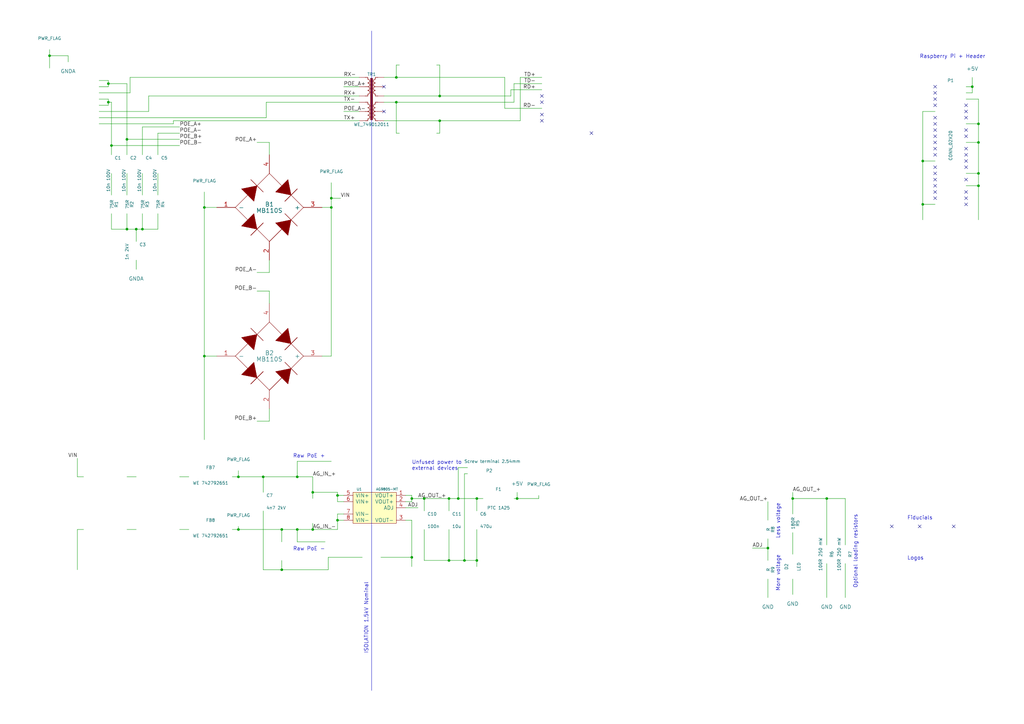
<source format=kicad_sch>
(kicad_sch (version 20230121) (generator eeschema)
  (paper "A3")
  (title_block (title "RasPoE") (date "2015-11-11") (rev "14bec14") (company "ELL-i Open Source Co-operative") (comment 1 "support@ell-i.org"))
  (lib_symbols
    (symbol "ag9800:AG9800" (pin_names (offset 1.016))
      (property "Reference" "U" (at -6.35 7.62 0))
      (property "Value" "AG9800" (at 5.08 7.62 0))
      (symbol "AG9800_0_1"
        (rectangle (start -8.89 6.35) (end 8.89 -6.35) (fill (type background)))
      )
      (symbol "AG9800_1_1"
        (pin power_out line (at 12.7 5.08 180) (length 3.81) (name "VOUT+") (number "1"))
        (pin power_out line (at 12.7 2.54 180) (length 3.81) (name "VOUT+") (number "2"))
        (pin power_out line (at 12.7 -5.08 180) (length 3.81) (name "VOUT-") (number "3"))
        (pin input line (at 12.7 0 180) (length 3.81) (name "ADJ") (number "4"))
        (pin power_in line (at -12.7 5.08 0) (length 3.81) (name "VIN+") (number "5"))
        (pin power_in line (at -12.7 2.54 0) (length 3.81) (name "VIN+") (number "6"))
        (pin power_in line (at -12.7 -2.54 0) (length 3.81) (name "VIN-") (number "7"))
        (pin power_in line (at -12.7 -5.08 0) (length 3.81) (name "VIN-") (number "8"))
      )
    )
    (symbol "bridge:BRIDGE" (pin_names (offset 1.27))
      (property "Reference" "D" (at 0 1.27 0))
      (property "Value" "BRIDGE" (at 0 -1.27 0))
      (symbol "BRIDGE_0_0"
        (polyline (pts (xy -13.97 0) (xy -8.89 -5.08)) (stroke (width 0.1524)))
        (polyline (pts (xy -13.97 0) (xy -8.89 5.08)) (stroke (width 0.1524)))
        (polyline (pts (xy -7.62 11.43) (xy -2.54 6.35)) (stroke (width 0.2032)))
        (polyline (pts (xy -2.54 -6.35) (xy -7.62 -11.43)))
        (polyline (pts (xy -2.54 -6.35) (xy -7.62 -11.43)) (stroke (width 0.2032)))
        (polyline (pts (xy 0 -13.97) (xy 5.08 -8.89)))
        (polyline (pts (xy 0 -13.97) (xy 5.08 -8.89)) (stroke (width 0.1524)))
        (polyline (pts (xy 0 13.97) (xy 5.08 8.89)) (stroke (width 0.1524)))
        (polyline (pts (xy 6.35 -2.54) (xy 11.43 -7.62)) (stroke (width 0.2032)))
        (polyline (pts (xy 8.89 5.08) (xy 13.97 0)) (stroke (width 0.1524)))
        (polyline (pts (xy 11.43 7.62) (xy 6.35 2.54)))
        (polyline (pts (xy 11.43 7.62) (xy 6.35 2.54)) (stroke (width 0.2032)))
        (polyline (pts (xy 13.97 0) (xy 8.89 -5.08)) (stroke (width 0.1524)))
        (polyline (pts (xy -11.43 7.62) (xy -5.08 8.89) (xy -6.35 2.54) (xy -11.43 7.62) (xy -11.43 7.62)) (fill (type outline)))
        (polyline (pts (xy -6.35 -2.54) (xy -5.08 -8.89) (xy -11.43 -7.62) (xy -6.35 -2.54) (xy -6.35 -2.54)) (fill (type outline)))
        (polyline (pts (xy 2.54 -6.35) (xy 8.89 -5.08) (xy 7.62 -11.43) (xy 2.54 -6.35) (xy 2.54 -6.35)) (fill (type outline)))
        (polyline (pts (xy 7.62 11.43) (xy 8.89 5.08) (xy 2.54 6.35) (xy 7.62 11.43) (xy 7.62 11.43)) (fill (type outline)))
      )
      (symbol "BRIDGE_0_1"
        (polyline (pts (xy -5.08 -8.89) (xy 0 -13.97)) (stroke (width 0.1524)))
        (polyline (pts (xy -5.08 8.89) (xy 0 13.97)) (stroke (width 0.1524)))
      )
      (symbol "BRIDGE_1_1"
        (pin input line (at -21.59 0 0) (length 7.62) (name "-") (number "1"))
        (pin input line (at 0 -21.59 90) (length 7.62) (name "~") (number "2"))
        (pin input line (at 21.59 0 180) (length 7.62) (name "+") (number "3"))
        (pin input line (at 0 21.59 270) (length 7.62) (name "~") (number "4"))
      )
    )
    (symbol "transformer_ethernet:TRANSFORMER_ETHERNET" (pin_numbers hide) (pin_names (offset 0))
      (property "Reference" "TR" (at 0 10.16 0))
      (property "Value" "TRANSFORMER_ETHERNET" (at 0 -10.414 0))
      (symbol "TRANSFORMER_ETHERNET_0_1"
        (arc (start -1.524 -8.128) (mid -0.7653 -7.366) (end -1.524 -6.604) (stroke (width 0.2032)))
        (arc (start -1.524 -6.604) (mid -0.7653 -5.842) (end -1.524 -5.08) (stroke (width 0.2032)))
        (arc (start -1.524 -5.08) (mid -0.7653 -4.318) (end -1.524 -3.556) (stroke (width 0.2032)))
        (arc (start -1.524 -3.556) (mid -0.7653 -2.794) (end -1.524 -2.032) (stroke (width 0.2032)))
        (arc (start -1.524 2.032) (mid -0.7653 2.794) (end -1.524 3.556) (stroke (width 0.2032)))
        (arc (start -1.524 3.556) (mid -0.7653 4.318) (end -1.524 5.08) (stroke (width 0.2032)))
        (arc (start -1.524 5.08) (mid -0.7653 5.842) (end -1.524 6.604) (stroke (width 0.2032)))
        (arc (start -1.524 6.604) (mid -0.7653 7.366) (end -1.524 8.128) (stroke (width 0.2032)))
        (rectangle (start -0.254 8.382) (end 0.254 -8.382) (stroke (width 0.508)) (fill (type outline)))
        (polyline (pts (xy 1.27 -5.08) (xy 2.54 -5.08)))
        (polyline (pts (xy 1.27 5.08) (xy 2.54 5.08)))
        (polyline (pts (xy -1.524 -5.08) (xy -2.54 -5.08) (xy -2.54 -5.08)) (stroke (width 0.2032)) (fill (type outline)))
        (polyline (pts (xy -1.524 5.08) (xy -2.54 5.08) (xy -2.54 5.08)) (stroke (width 0.2032)) (fill (type outline)))
        (polyline (pts (xy -1.524 -8.128) (xy -1.524 -8.89) (xy -2.54 -8.89) (xy -2.54 -8.89)) (stroke (width 0.2032)))
        (polyline (pts (xy -1.524 -2.032) (xy -1.524 -1.27) (xy -2.54 -1.27) (xy -2.54 -1.27)) (stroke (width 0.2032)))
        (polyline (pts (xy -1.524 2.032) (xy -1.524 1.27) (xy -2.54 1.27) (xy -2.54 1.27)) (stroke (width 0.2032)))
        (polyline (pts (xy -1.524 8.128) (xy -1.524 8.89) (xy -2.54 8.89) (xy -2.54 8.89)) (stroke (width 0.2032)))
        (polyline (pts (xy 1.524 -2.032) (xy 1.524 -1.27) (xy 2.54 -1.27) (xy 2.54 -1.27)) (stroke (width 0.2032)))
        (polyline (pts (xy 1.524 8.128) (xy 1.524 8.89) (xy 2.54 8.89) (xy 2.54 8.89)) (stroke (width 0.2032)))
        (polyline (pts (xy 1.524 -8.128) (xy 1.524 -8.89) (xy 2.54 -8.89) (xy 2.54 -8.89) (xy 2.54 -8.89) (xy 2.54 -8.89)) (stroke (width 0.2032)))
        (polyline (pts (xy 1.524 2.032) (xy 1.524 1.27) (xy 2.54 1.27) (xy 2.54 1.27) (xy 2.54 1.27) (xy 2.54 1.27)) (stroke (width 0.2032)))
        (arc (start 1.524 -6.604) (mid 0.7653 -7.366) (end 1.524 -8.128) (stroke (width 0.2032)))
        (arc (start 1.524 -5.08) (mid 0.7653 -5.842) (end 1.524 -6.604) (stroke (width 0.2032)))
        (arc (start 1.524 -3.556) (mid 0.7653 -4.318) (end 1.524 -5.08) (stroke (width 0.2032)))
        (arc (start 1.524 -2.032) (mid 0.7653 -2.794) (end 1.524 -3.556) (stroke (width 0.2032)))
        (arc (start 1.524 3.556) (mid 0.7653 2.794) (end 1.524 2.032) (stroke (width 0.2032)))
        (arc (start 1.524 5.08) (mid 0.7653 4.318) (end 1.524 3.556) (stroke (width 0.2032)))
        (arc (start 1.524 6.604) (mid 0.7653 5.842) (end 1.524 5.08) (stroke (width 0.2032)))
        (arc (start 1.524 8.128) (mid 0.7653 7.366) (end 1.524 6.604) (stroke (width 0.2032)))
      )
      (symbol "TRANSFORMER_ETHERNET_1_1"
        (pin bidirectional line (at -5.08 8.89 0) (length 2.54) (name "~") (number "1"))
        (pin passive line (at 5.08 1.27 180) (length 2.54) (name "~") (number "10"))
        (pin passive line (at 5.08 5.08 180) (length 2.54) (name "~") (number "11"))
        (pin passive line (at 5.08 -5.08 180) (length 2.54) (name "~") (number "12"))
        (pin passive line (at 5.08 8.89 180) (length 2.54) (name "~") (number "12"))
        (pin passive line (at -5.08 5.08 0) (length 2.54) (name "~") (number "2"))
        (pin passive line (at -5.08 1.27 0) (length 2.54) (name "~") (number "3"))
        (pin passive line (at -5.08 -1.27 0) (length 2.54) (name "~") (number "4"))
        (pin passive line (at -5.08 -5.08 0) (length 2.54) (name "~") (number "5"))
        (pin passive line (at -5.08 -8.89 0) (length 2.54) (name "~") (number "6"))
        (pin passive line (at 5.08 -8.89 180) (length 2.54) (name "~") (number "7"))
        (pin passive line (at 5.08 -1.27 180) (length 2.54) (name "~") (number "9"))
      )
    )
  )
  (junction (at 52.07 93.98))
  (junction (at 135.89 85.09))
  (junction (at 180.34 49.53))
  (junction (at 107.95 195.58))
  (junction (at 121.92 217.17))
  (junction (at 128.27 201.93))
  (junction (at 138.43 213.36))
  (junction (at 44.45 41.91))
  (junction (at 115.57 233.68))
  (junction (at 187.96 204.47))
  (junction (at 401.32 71.12))
  (junction (at 162.56 31.75))
  (junction (at 180.34 39.37))
  (junction (at 97.79 217.17))
  (junction (at 339.09 204.47))
  (junction (at 115.57 217.17))
  (junction (at 168.91 228.6))
  (junction (at 83.82 146.05))
  (junction (at 184.15 229.87))
  (junction (at 184.15 204.47))
  (junction (at 401.32 58.42))
  (junction (at 378.46 83.82))
  (junction (at 195.58 204.47))
  (junction (at 173.99 204.47))
  (junction (at 83.82 85.09))
  (junction (at 162.56 41.91))
  (junction (at 135.89 81.28))
  (junction (at 52.07 57.15))
  (junction (at 325.12 204.47))
  (junction (at 58.42 93.98))
  (junction (at 138.43 203.2))
  (junction (at 401.32 76.2))
  (junction (at 45.72 59.69))
  (junction (at 168.91 204.47))
  (junction (at 401.32 50.8))
  (junction (at 128.27 217.17))
  (junction (at 121.92 195.58))
  (junction (at 378.46 66.04))
  (junction (at 20.32 22.86))
  (junction (at 190.5 229.87))
  (junction (at 44.45 34.29))
  (junction (at 398.78 35.56))
  (junction (at 55.88 93.98))
  (junction (at 212.09 204.47))
  (junction (at 97.79 195.58))
  (junction (at 195.58 229.87))
  (junction (at 314.96 224.79))
  (no_connect (at 222.25 46.99))
  (no_connect (at 157.48 35.56))
  (no_connect (at 396.24 55.88))
  (no_connect (at 396.24 45.72))
  (no_connect (at 222.25 39.37))
  (no_connect (at 391.16 215.9))
  (no_connect (at 383.54 58.42))
  (no_connect (at 383.54 60.96))
  (no_connect (at 396.24 60.96))
  (no_connect (at 383.54 38.1))
  (no_connect (at 396.24 48.26))
  (no_connect (at 396.24 83.82))
  (no_connect (at 383.54 78.74))
  (no_connect (at 396.24 53.34))
  (no_connect (at 383.54 81.28))
  (no_connect (at 383.54 76.2))
  (no_connect (at 396.24 66.04))
  (no_connect (at 242.57 54.61))
  (no_connect (at 383.54 48.26))
  (no_connect (at 383.54 50.8))
  (no_connect (at 383.54 63.5))
  (no_connect (at 365.76 215.9))
  (no_connect (at 157.48 45.72))
  (no_connect (at 396.24 73.66))
  (no_connect (at 383.54 53.34))
  (no_connect (at 383.54 35.56))
  (no_connect (at 383.54 73.66))
  (no_connect (at 383.54 71.12))
  (no_connect (at 222.25 41.91))
  (no_connect (at 383.54 43.18))
  (no_connect (at 396.24 43.18))
  (no_connect (at 396.24 78.74))
  (no_connect (at 396.24 81.28))
  (no_connect (at 222.25 49.53))
  (no_connect (at 383.54 55.88))
  (no_connect (at 396.24 68.58))
  (no_connect (at 396.24 63.5))
  (no_connect (at 383.54 68.58))
  (no_connect (at 377.19 215.9))
  (no_connect (at 383.54 40.64))
  (wire (pts (xy 212.09 204.47) (xy 212.09 201.93)))
  (wire (pts (xy 132.08 85.09) (xy 135.89 85.09)))
  (wire (pts (xy 398.78 35.56) (xy 398.78 38.1)))
  (wire (pts (xy 147.32 35.56) (xy 140.97 35.56)))
  (wire (pts (xy 128.27 201.93) (xy 128.27 204.47)))
  (wire (pts (xy 135.89 81.28) (xy 135.89 85.09)))
  (wire (pts (xy 31.75 187.96) (xy 31.75 195.58)))
  (wire (pts (xy 52.07 217.17) (xy 55.88 217.17)))
  (wire (pts (xy 138.43 210.82) (xy 138.43 213.36)))
  (wire (pts (xy 109.22 48.26) (xy 109.22 41.91)))
  (wire (pts (xy 184.15 204.47) (xy 184.15 209.55)))
  (wire (pts (xy 314.96 224.79) (xy 314.96 229.87)))
  (wire (pts (xy 138.43 201.93) (xy 138.43 203.2)))
  (wire (pts (xy 128.27 217.17) (xy 121.92 217.17)))
  (wire (pts (xy 45.72 59.69) (xy 45.72 63.5)))
  (wire (pts (xy 163.83 54.61) (xy 162.56 54.61)))
  (wire (pts (xy 44.45 41.91) (xy 45.72 41.91)))
  (wire (pts (xy 396.24 50.8) (xy 401.32 50.8)))
  (wire (pts (xy 325.12 201.93) (xy 325.12 204.47)))
  (wire (pts (xy 128.27 195.58) (xy 128.27 201.93)))
  (wire (pts (xy 195.58 204.47) (xy 195.58 209.55)))
  (wire (pts (xy 40.64 50.8) (xy 71.12 50.8)))
  (wire (pts (xy 107.95 195.58) (xy 107.95 201.93)))
  (wire (pts (xy 133.35 222.25) (xy 121.92 222.25)))
  (wire (pts (xy 157.48 41.91) (xy 162.56 41.91)))
  (wire (pts (xy 168.91 213.36) (xy 168.91 228.6)))
  (wire (pts (xy 156.21 228.6) (xy 168.91 228.6)))
  (wire (pts (xy 162.56 31.75) (xy 157.48 31.75)))
  (wire (pts (xy 162.56 41.91) (xy 210.82 41.91)))
  (wire (pts (xy 168.91 204.47) (xy 173.99 204.47)))
  (wire (pts (xy 210.82 204.47) (xy 212.09 204.47)))
  (wire (pts (xy 401.32 71.12) (xy 401.32 76.2)))
  (wire (pts (xy 212.09 204.47) (xy 220.98 204.47)))
  (wire (pts (xy 64.77 71.12) (xy 64.77 80.01)))
  (wire (pts (xy 184.15 204.47) (xy 187.96 204.47)))
  (wire (pts (xy 110.49 106.68) (xy 110.49 111.76)))
  (wire (pts (xy 128.27 201.93) (xy 138.43 201.93)))
  (wire (pts (xy 110.49 167.64) (xy 110.49 172.72)))
  (wire (pts (xy 210.82 41.91) (xy 210.82 34.29)))
  (wire (pts (xy 115.57 217.17) (xy 97.79 217.17)))
  (wire (pts (xy 121.92 222.25) (xy 121.92 217.17)))
  (wire (pts (xy 71.12 49.53) (xy 147.32 49.53)))
  (wire (pts (xy 52.07 57.15) (xy 73.66 57.15)))
  (wire (pts (xy 346.71 204.47) (xy 346.71 223.52)))
  (wire (pts (xy 44.45 35.56) (xy 40.64 35.56)))
  (wire (pts (xy 209.55 39.37) (xy 209.55 36.83)))
  (wire (pts (xy 44.45 43.18) (xy 40.64 43.18)))
  (wire (pts (xy 339.09 204.47) (xy 346.71 204.47)))
  (wire (pts (xy 44.45 41.91) (xy 44.45 43.18)))
  (wire (pts (xy 128.27 217.17) (xy 128.27 214.63)))
  (wire (pts (xy 45.72 93.98) (xy 52.07 93.98)))
  (wire (pts (xy 53.34 31.75) (xy 53.34 38.1)))
  (wire (pts (xy 213.36 31.75) (xy 222.25 31.75)))
  (wire (pts (xy 135.89 85.09) (xy 135.89 146.05)))
  (wire (pts (xy 314.96 220.98) (xy 314.96 224.79)))
  (wire (pts (xy 339.09 204.47) (xy 339.09 223.52)))
  (wire (pts (xy 207.01 31.75) (xy 162.56 31.75)))
  (wire (pts (xy 52.07 93.98) (xy 55.88 93.98)))
  (wire (pts (xy 314.96 237.49) (xy 314.96 245.11)))
  (wire (pts (xy 207.01 44.45) (xy 207.01 31.75)))
  (wire (pts (xy 20.32 22.86) (xy 27.94 22.86)))
  (wire (pts (xy 27.94 22.86) (xy 27.94 25.4)))
  (wire (pts (xy 52.07 71.12) (xy 52.07 80.01)))
  (wire (pts (xy 401.32 50.8) (xy 401.32 58.42)))
  (wire (pts (xy 40.64 48.26) (xy 109.22 48.26)))
  (wire (pts (xy 73.66 195.58) (xy 77.47 195.58)))
  (wire (pts (xy 45.72 71.12) (xy 45.72 80.01)))
  (wire (pts (xy 325.12 218.44) (xy 325.12 227.33)))
  (wire (pts (xy 207.01 44.45) (xy 222.25 44.45)))
  (wire (pts (xy 325.12 237.49) (xy 325.12 243.84)))
  (wire (pts (xy 180.34 39.37) (xy 209.55 39.37)))
  (wire (pts (xy 378.46 45.72) (xy 378.46 66.04)))
  (wire (pts (xy 44.45 34.29) (xy 44.45 35.56)))
  (wire (pts (xy 195.58 204.47) (xy 198.12 204.47)))
  (wire (pts (xy 173.99 204.47) (xy 173.99 209.55)))
  (wire (pts (xy 52.07 195.58) (xy 55.88 195.58)))
  (wire (pts (xy 166.37 203.2) (xy 168.91 203.2)))
  (wire (pts (xy 64.77 93.98) (xy 64.77 87.63)))
  (wire (pts (xy 168.91 204.47) (xy 168.91 205.74)))
  (wire (pts (xy 187.96 204.47) (xy 187.96 191.77)))
  (wire (pts (xy 44.45 33.02) (xy 44.45 34.29)))
  (wire (pts (xy 60.96 39.37) (xy 147.32 39.37)))
  (wire (pts (xy 31.75 217.17) (xy 31.75 233.68)))
  (wire (pts (xy 83.82 78.74) (xy 83.82 85.09)))
  (wire (pts (xy 107.95 233.68) (xy 115.57 233.68)))
  (wire (pts (xy 97.79 217.17) (xy 95.25 217.17)))
  (wire (pts (xy 147.32 45.72) (xy 140.97 45.72)))
  (wire (pts (xy 162.56 26.67) (xy 162.56 31.75)))
  (wire (pts (xy 83.82 146.05) (xy 83.82 180.34)))
  (wire (pts (xy 121.92 217.17) (xy 115.57 217.17)))
  (wire (pts (xy 110.49 63.5) (xy 110.49 58.42)))
  (wire (pts (xy 179.07 54.61) (xy 180.34 54.61)))
  (wire (pts (xy 52.07 87.63) (xy 52.07 93.98)))
  (wire (pts (xy 134.62 228.6) (xy 148.59 228.6)))
  (wire (pts (xy 401.32 40.64) (xy 401.32 50.8)))
  (wire (pts (xy 52.07 34.29) (xy 52.07 57.15)))
  (wire (pts (xy 115.57 229.87) (xy 115.57 233.68)))
  (wire (pts (xy 140.97 210.82) (xy 138.43 210.82)))
  (wire (pts (xy 140.97 203.2) (xy 138.43 203.2)))
  (wire (pts (xy 140.97 213.36) (xy 138.43 213.36)))
  (wire (pts (xy 107.95 209.55) (xy 107.95 233.68)))
  (wire (pts (xy 383.54 66.04) (xy 378.46 66.04)))
  (wire (pts (xy 396.24 71.12) (xy 401.32 71.12)))
  (wire (pts (xy 110.49 111.76) (xy 105.41 111.76)))
  (wire (pts (xy 162.56 54.61) (xy 162.56 41.91)))
  (wire (pts (xy 173.99 229.87) (xy 184.15 229.87)))
  (wire (pts (xy 31.75 195.58) (xy 34.29 195.58)))
  (wire (pts (xy 110.49 172.72) (xy 105.41 172.72)))
  (wire (pts (xy 110.49 58.42) (xy 105.41 58.42)))
  (wire (pts (xy 173.99 204.47) (xy 184.15 204.47)))
  (wire (pts (xy 115.57 217.17) (xy 115.57 222.25)))
  (wire (pts (xy 401.32 58.42) (xy 401.32 71.12)))
  (wire (pts (xy 138.43 213.36) (xy 138.43 217.17)))
  (wire (pts (xy 55.88 106.68) (xy 55.88 110.49)))
  (wire (pts (xy 121.92 189.23) (xy 121.92 195.58)))
  (wire (pts (xy 339.09 231.14) (xy 339.09 245.11)))
  (wire (pts (xy 157.48 39.37) (xy 180.34 39.37)))
  (wire (pts (xy 314.96 224.79) (xy 308.61 224.79)))
  (wire (pts (xy 314.96 213.36) (xy 314.96 205.74)))
  (wire (pts (xy 110.49 119.38) (xy 105.41 119.38)))
  (wire (pts (xy 110.49 124.46) (xy 110.49 119.38)))
  (wire (pts (xy 396.24 35.56) (xy 398.78 35.56)))
  (wire (pts (xy 20.32 20.32) (xy 20.32 22.86)))
  (wire (pts (xy 401.32 76.2) (xy 401.32 90.17)))
  (wire (pts (xy 398.78 31.75) (xy 398.78 35.56)))
  (wire (pts (xy 168.91 228.6) (xy 168.91 232.41)))
  (wire (pts (xy 115.57 233.68) (xy 134.62 233.68)))
  (wire (pts (xy 20.32 22.86) (xy 20.32 27.94)))
  (wire (pts (xy 213.36 49.53) (xy 213.36 31.75)))
  (wire (pts (xy 171.45 208.28) (xy 166.37 208.28)))
  (wire (pts (xy 378.46 45.72) (xy 383.54 45.72)))
  (wire (pts (xy 138.43 217.17) (xy 128.27 217.17)))
  (wire (pts (xy 210.82 34.29) (xy 222.25 34.29)))
  (wire (pts (xy 40.64 33.02) (xy 44.45 33.02)))
  (wire (pts (xy 134.62 233.68) (xy 134.62 228.6)))
  (wire (pts (xy 187.96 204.47) (xy 195.58 204.47)))
  (wire (pts (xy 157.48 49.53) (xy 180.34 49.53)))
  (wire (pts (xy 40.64 45.72) (xy 60.96 45.72)))
  (wire (pts (xy 58.42 93.98) (xy 64.77 93.98)))
  (wire (pts (xy 73.66 217.17) (xy 77.47 217.17)))
  (wire (pts (xy 97.79 195.58) (xy 107.95 195.58)))
  (wire (pts (xy 55.88 93.98) (xy 55.88 99.06)))
  (wire (pts (xy 53.34 38.1) (xy 40.64 38.1)))
  (wire (pts (xy 187.96 191.77) (xy 191.77 191.77)))
  (wire (pts (xy 190.5 194.31) (xy 190.5 229.87)))
  (wire (pts (xy 398.78 38.1) (xy 396.24 38.1)))
  (wire (pts (xy 44.45 34.29) (xy 52.07 34.29)))
  (wire (pts (xy 396.24 40.64) (xy 401.32 40.64)))
  (wire (pts (xy 83.82 85.09) (xy 83.82 146.05)))
  (wire (pts (xy 383.54 83.82) (xy 378.46 83.82)))
  (wire (pts (xy 45.72 87.63) (xy 45.72 93.98)))
  (wire (pts (xy 58.42 52.07) (xy 73.66 52.07)))
  (wire (pts (xy 166.37 213.36) (xy 168.91 213.36)))
  (wire (pts (xy 173.99 217.17) (xy 173.99 229.87)))
  (wire (pts (xy 71.12 50.8) (xy 71.12 49.53)))
  (wire (pts (xy 396.24 58.42) (xy 401.32 58.42)))
  (wire (pts (xy 184.15 229.87) (xy 190.5 229.87)))
  (wire (pts (xy 45.72 41.91) (xy 45.72 59.69)))
  (wire (pts (xy 88.9 85.09) (xy 83.82 85.09)))
  (wire (pts (xy 195.58 217.17) (xy 195.58 229.87)))
  (wire (pts (xy 52.07 57.15) (xy 52.07 63.5)))
  (wire (pts (xy 64.77 54.61) (xy 64.77 63.5)))
  (wire (pts (xy 346.71 231.14) (xy 346.71 245.11)))
  (wire (pts (xy 195.58 229.87) (xy 195.58 232.41)))
  (wire (pts (xy 135.89 74.93) (xy 135.89 81.28)))
  (wire (pts (xy 60.96 45.72) (xy 60.96 39.37)))
  (wire (pts (xy 31.75 217.17) (xy 34.29 217.17)))
  (wire (pts (xy 168.91 205.74) (xy 166.37 205.74)))
  (wire (pts (xy 325.12 204.47) (xy 339.09 204.47)))
  (wire (pts (xy 83.82 146.05) (xy 88.9 146.05)))
  (polyline (pts (xy 152.4 12.7) (xy 152.4 283.21)))
  (wire (pts (xy 95.25 195.58) (xy 97.79 195.58)))
  (wire (pts (xy 58.42 71.12) (xy 58.42 80.01)))
  (wire (pts (xy 44.45 40.64) (xy 44.45 41.91)))
  (wire (pts (xy 180.34 26.67) (xy 179.07 26.67)))
  (wire (pts (xy 107.95 195.58) (xy 121.92 195.58)))
  (wire (pts (xy 184.15 217.17) (xy 184.15 229.87)))
  (wire (pts (xy 135.89 81.28) (xy 139.7 81.28)))
  (wire (pts (xy 138.43 205.74) (xy 140.97 205.74)))
  (wire (pts (xy 55.88 93.98) (xy 58.42 93.98)))
  (wire (pts (xy 220.98 204.47) (xy 220.98 203.2)))
  (wire (pts (xy 168.91 203.2) (xy 168.91 204.47)))
  (wire (pts (xy 64.77 54.61) (xy 73.66 54.61)))
  (wire (pts (xy 163.83 26.67) (xy 162.56 26.67)))
  (wire (pts (xy 378.46 83.82) (xy 378.46 90.17)))
  (wire (pts (xy 121.92 195.58) (xy 128.27 195.58)))
  (wire (pts (xy 190.5 229.87) (xy 195.58 229.87)))
  (wire (pts (xy 135.89 189.23) (xy 121.92 189.23)))
  (wire (pts (xy 180.34 49.53) (xy 213.36 49.53)))
  (wire (pts (xy 58.42 52.07) (xy 58.42 63.5)))
  (wire (pts (xy 191.77 194.31) (xy 190.5 194.31)))
  (wire (pts (xy 325.12 204.47) (xy 325.12 210.82)))
  (wire (pts (xy 378.46 66.04) (xy 378.46 83.82)))
  (wire (pts (xy 138.43 203.2) (xy 138.43 205.74)))
  (wire (pts (xy 45.72 59.69) (xy 73.66 59.69)))
  (wire (pts (xy 58.42 87.63) (xy 58.42 93.98)))
  (wire (pts (xy 180.34 26.67) (xy 180.34 39.37)))
  (wire (pts (xy 135.89 146.05) (xy 132.08 146.05)))
  (wire (pts (xy 396.24 76.2) (xy 401.32 76.2)))
  (wire (pts (xy 53.34 31.75) (xy 147.32 31.75)))
  (wire (pts (xy 97.79 193.04) (xy 97.79 195.58)))
  (wire (pts (xy 109.22 41.91) (xy 147.32 41.91)))
  (wire (pts (xy 97.79 215.9) (xy 97.79 217.17)))
  (wire (pts (xy 209.55 36.83) (xy 222.25 36.83)))
  (wire (pts (xy 40.64 40.64) (xy 44.45 40.64)))
  (wire (pts (xy 180.34 54.61) (xy 180.34 49.53)))
  (text "Fiducials" (at 372.11 213.36 0) (effects (font (size 1.524 1.524)) (justify left bottom)))
  (text "ISOLATION 1.5kV Nominal" (at 151.13 238.76 90) (effects (font (size 1.524 1.524)) (justify right bottom)))
  (text "Less voltage" (at 320.04 220.98 90) (effects (font (size 1.524 1.524)) (justify left bottom)))
  (text "Raw PoE +" (at 133.35 187.96 0) (effects (font (size 1.524 1.524)) (justify right bottom)))
  (text "More voltage" (at 320.04 242.57 90) (effects (font (size 1.524 1.524)) (justify left bottom)))
  (text "Optional loading resistors" (at 351.79 241.3 90) (effects (font (size 1.524 1.524)) (justify left bottom)))
  (text "Raspberry Pi + Header" (at 377.19 24.13 0) (effects (font (size 1.524 1.524)) (justify left bottom)))
  (text "Raw PoE -" (at 133.35 226.06 0) (effects (font (size 1.524 1.524)) (justify right bottom)))
  (text "Unfused power to \nexternal devices" (at 168.91 193.04 0) (effects (font (size 1.524 1.524)) (justify left bottom)))
  (text "Logos" (at 372.11 229.87 0) (effects (font (size 1.524 1.524)) (justify left bottom)))
  (label "ADJ" (at 171.45 208.28 180) (effects (font (size 1.524 1.524))))
  (label "AG_OUT_+" (at 171.45 204.47 0) (effects (font (size 1.524 1.524))))
  (label "AG_OUT_+" (at 314.96 205.74 180) (effects (font (size 1.524 1.524))))
  (label "AG_IN_-" (at 128.27 217.17 0) (effects (font (size 1.524 1.524))))
  (label "POE_A-" (at 105.41 111.76 180) (effects (font (size 1.524 1.524))))
  (label "POE_B-" (at 105.41 119.38 180) (effects (font (size 1.524 1.524))))
  (label "POE_A-" (at 140.97 45.72 0) (effects (font (size 1.524 1.524))))
  (label "POE_A+" (at 105.41 58.42 180) (effects (font (size 1.524 1.524))))
  (label "VIN" (at 139.7 81.28 0) (effects (font (size 1.524 1.524))))
  (label "ADJ" (at 308.61 224.79 0) (effects (font (size 1.524 1.524))))
  (label "TX-" (at 140.97 41.91 0) (effects (font (size 1.524 1.524))))
  (label "VIN" (at 31.75 187.96 180) (effects (font (size 1.524 1.524))))
  (label "AG_OUT_+" (at 325.12 201.93 0) (effects (font (size 1.524 1.524))))
  (label "POE_B-" (at 73.66 59.69 0) (effects (font (size 1.524 1.524))))
  (label "TD-" (at 219.71 34.29 180) (effects (font (size 1.524 1.524))))
  (label "POE_A+" (at 73.66 52.07 0) (effects (font (size 1.524 1.524))))
  (label "AG_IN_+" (at 128.27 195.58 0) (effects (font (size 1.524 1.524))))
  (label "POE_A+" (at 140.97 35.56 0) (effects (font (size 1.524 1.524))))
  (label "POE_B+" (at 73.66 57.15 0) (effects (font (size 1.524 1.524))))
  (label "RD+" (at 219.71 36.83 180) (effects (font (size 1.524 1.524))))
  (label "TD+" (at 219.71 31.75 180) (effects (font (size 1.524 1.524))))
  (label "TX+" (at 140.97 49.53 0) (effects (font (size 1.524 1.524))))
  (label "POE_A-" (at 73.66 54.61 0) (effects (font (size 1.524 1.524))))
  (label "POE_B+" (at 105.41 172.72 180) (effects (font (size 1.524 1.524))))
  (label "RX-" (at 140.97 31.75 0) (effects (font (size 1.524 1.524))))
  (label "RX+" (at 140.97 39.37 0) (effects (font (size 1.524 1.524))))
  (label "RD-" (at 219.71 44.45 180) (effects (font (size 1.524 1.524))))
  (symbol (lib_id "bridge:BRIDGE") (at 110.49 85.09 0) (unit 1)
    (property "Reference" "B1" (at 110.49 83.82 0) (effects (font (size 1.778 1.778))))
    (property "Value" "MB110S" (at 110.49 86.36 0) (effects (font (size 1.778 1.778))))
    (property "Footprint" "project_specific:TO-269AA" (effects hide))
  )
  (symbol (lib_id "bridge:BRIDGE") (at 110.49 146.05 0) (unit 1)
    (property "Reference" "B2" (at 110.49 144.78 0) (effects (font (size 1.778 1.778))))
    (property "Value" "MB110S" (at 110.49 147.32 0) (effects (font (size 1.778 1.778))))
    (property "Footprint" "project_specific:TO-269AA" (effects hide))
  )
  (symbol (lib_id "RJ45") (at 29.21 41.91 90) (unit 1)
    (property "Reference" "J2" (at 29.21 41.91 0) (effects (font (size 1.524 1.524))))
    (property "Value" "RJSSE-5380" (at 16.51 41.91 0) (effects (font (size 1.524 1.524))))
    (property "Footprint" "project_specific:RJSSE-5380" (effects hide))
  )
  (symbol (lib_id "RJ45") (at 233.68 40.64 270) (unit 1)
    (property "Reference" "J1" (at 234.95 40.64 0) (effects (font (size 1.524 1.524))))
    (property "Value" "RJSSE-5080" (at 246.38 40.64 0) (effects (font (size 1.524 1.524))))
    (property "Footprint" "project_specific:RJSSE-5380" (effects hide))
  )
  (symbol (lib_id "C") (at 45.72 67.31 0) (unit 1)
    (property "Reference" "C1" (at 46.99 64.77 0) (effects (justify left)))
    (property "Value" "10n 100V" (at 44.45 78.74 90) (effects (justify left)))
    (property "Footprint" "Resistors_SMD:R_0603_HandSoldering" (effects hide))
  )
  (symbol (lib_id "C") (at 52.07 67.31 0) (unit 1)
    (property "Reference" "C2" (at 53.34 64.77 0) (effects (justify left)))
    (property "Value" "10n 100V" (at 50.8 78.74 90) (effects (justify left)))
    (property "Footprint" "Resistors_SMD:R_0603_HandSoldering" (effects hide))
  )
  (symbol (lib_id "C") (at 58.42 67.31 0) (unit 1)
    (property "Reference" "C4" (at 59.69 64.77 0) (effects (justify left)))
    (property "Value" "10n 100V" (at 57.15 78.74 90) (effects (justify left)))
    (property "Footprint" "Resistors_SMD:R_0603_HandSoldering" (effects hide))
  )
  (symbol (lib_id "C") (at 64.77 67.31 0) (unit 1)
    (property "Reference" "C5" (at 66.04 64.77 0) (effects (justify left)))
    (property "Value" "10n 100V" (at 63.5 78.74 90) (effects (justify left)))
    (property "Footprint" "Resistors_SMD:R_0603_HandSoldering" (effects hide))
  )
  (symbol (lib_id "R") (at 45.72 83.82 0) (unit 1)
    (property "Reference" "R1" (at 47.752 83.82 90))
    (property "Value" "75R" (at 45.8978 83.7946 90))
    (property "Footprint" "Resistors_SMD:R_0603_HandSoldering" (effects hide))
  )
  (symbol (lib_id "R") (at 52.07 83.82 0) (unit 1)
    (property "Reference" "R2" (at 54.102 83.82 90))
    (property "Value" "75R" (at 52.2478 83.7946 90))
    (property "Footprint" "Resistors_SMD:R_0603_HandSoldering" (effects hide))
  )
  (symbol (lib_id "R") (at 58.42 83.82 0) (unit 1)
    (property "Reference" "R3" (at 60.452 83.82 90))
    (property "Value" "75R" (at 58.5978 83.7946 90))
    (property "Footprint" "Resistors_SMD:R_0603_HandSoldering" (effects hide))
  )
  (symbol (lib_id "R") (at 64.77 83.82 0) (unit 1)
    (property "Reference" "R4" (at 66.802 83.82 90))
    (property "Value" "75R" (at 64.9478 83.7946 90))
    (property "Footprint" "Resistors_SMD:R_0603_HandSoldering" (effects hide))
  )
  (symbol (lib_id "C") (at 55.88 102.87 0) (unit 1)
    (property "Reference" "C3" (at 57.15 100.33 0) (effects (justify left)))
    (property "Value" "1n 2kV" (at 52.07 106.68 90) (effects (justify left)))
    (property "Footprint" "Capacitors_SMD:C_1206_HandSoldering" (effects hide))
  )
  (symbol (lib_id "GNDA") (at 55.88 110.49 0) (unit 1)
    (property "Reference" "#PWR01" (effects hide))
    (property "Value" "GNDA" (at 55.88 114.3 0) (effects (font (size 1.524 1.524))))
  )
  (symbol (lib_id "GNDD") (at 83.82 180.34 0) (unit 1)
    (property "Reference" "#PWR02" (effects hide))
    (property "Value" "GNDD" (at 83.82 184.15 0) (effects (font (size 1.524 1.524))))
  )
  (symbol (lib_id "ag9800:AG9800") (at 153.67 208.28 0) (unit 1)
    (property "Reference" "U1" (at 147.32 200.66 0) (effects (font (size 1.016 1.016))))
    (property "Value" "AG9805-MT" (at 158.75 200.66 0) (effects (font (size 1.016 1.016))))
    (property "Footprint" "project_specific:AG9800" (effects hide))
  )
  (symbol (lib_id "C") (at 195.58 213.36 0) (unit 1)
    (property "Reference" "C6" (at 196.85 210.82 0) (effects (justify left)))
    (property "Value" "470u" (at 196.85 215.9 0) (effects (justify left)))
    (property "Footprint" "Capacitors_SMD:c_elec_10x10" (effects hide))
  )
  (symbol (lib_id "GND") (at 168.91 232.41 0) (unit 1)
    (property "Reference" "#PWR03" (effects hide))
    (property "Value" "GND" (at 168.91 236.22 0) (effects (font (size 1.524 1.524))))
  )
  (symbol (lib_id "GND") (at 195.58 232.41 0) (unit 1)
    (property "Reference" "#PWR04" (effects hide))
    (property "Value" "GND" (at 195.58 236.22 0) (effects (font (size 1.524 1.524))))
  )
  (symbol (lib_id "CONN_02X20") (at 389.89 59.69 0) (unit 1)
    (property "Reference" "P1" (at 389.89 33.02 0))
    (property "Value" "CONN_02X20" (at 389.89 59.69 90))
    (property "Footprint" "Pin_Headers:Pin_Header_Straight_2x20" (effects hide))
  )
  (symbol (lib_id "GND") (at 378.46 90.17 0) (unit 1)
    (property "Reference" "#PWR05" (effects hide))
    (property "Value" "GND" (at 378.46 93.98 0) (effects (font (size 1.524 1.524))))
  )
  (symbol (lib_id "GND") (at 401.32 90.17 0) (unit 1)
    (property "Reference" "#PWR06" (effects hide))
    (property "Value" "GND" (at 401.32 93.98 0) (effects (font (size 1.524 1.524))))
  )
  (symbol (lib_id "+5V") (at 398.78 31.75 0) (unit 1)
    (property "Reference" "#PWR07" (effects hide))
    (property "Value" "+5V" (at 398.78 28.194 0) (effects (font (size 1.524 1.524))))
  )
  (symbol (lib_id "+5V") (at 212.09 201.93 0) (unit 1)
    (property "Reference" "#PWR08" (effects hide))
    (property "Value" "+5V" (at 212.09 198.374 0) (effects (font (size 1.524 1.524))))
  )
  (symbol (lib_id "ZENER") (at 128.27 209.55 270) (unit 1)
    (property "Reference" "D1" (at 130.81 209.55 0))
    (property "Value" "SMA58" (at 125.73 209.55 0))
    (property "Footprint" "Diodes_SMD:Diode-SMA_Handsoldering" (effects hide))
  )
  (symbol (lib_id "FILTER") (at 64.77 195.58 0) (unit 1)
    (property "Reference" "FB3" (at 64.77 191.77 0))
    (property "Value" "WE 742792651" (at 64.77 198.12 0))
    (property "Footprint" "Resistors_SMD:R_0603_HandSoldering" (effects hide))
  )
  (symbol (lib_id "FILTER") (at 86.36 195.58 0) (unit 1)
    (property "Reference" "FB7" (at 86.36 191.77 0))
    (property "Value" "WE 742792651" (at 86.36 198.12 0))
    (property "Footprint" "Resistors_SMD:R_0603_HandSoldering" (effects hide))
  )
  (symbol (lib_id "FILTER") (at 43.18 195.58 0) (unit 1)
    (property "Reference" "FB1" (at 43.18 191.77 0))
    (property "Value" "WE 742792651" (at 43.18 198.12 0))
    (property "Footprint" "Resistors_SMD:R_0603_HandSoldering" (effects hide))
  )
  (symbol (lib_id "FILTER") (at 64.77 217.17 0) (unit 1)
    (property "Reference" "FB5" (at 64.77 213.36 0))
    (property "Value" "WE 742792651" (at 64.77 219.71 0))
    (property "Footprint" "Resistors_SMD:R_0603_HandSoldering" (effects hide))
  )
  (symbol (lib_id "FILTER") (at 86.36 217.17 0) (unit 1)
    (property "Reference" "FB8" (at 86.36 213.36 0))
    (property "Value" "WE 742792651" (at 86.36 219.71 0))
    (property "Footprint" "Resistors_SMD:R_0603_HandSoldering" (effects hide))
  )
  (symbol (lib_id "FILTER") (at 43.18 217.17 0) (unit 1)
    (property "Reference" "FB2" (at 43.18 213.36 0))
    (property "Value" "WE 742792651" (at 43.18 219.71 0))
    (property "Footprint" "Resistors_SMD:R_0603_HandSoldering" (effects hide))
  )
  (symbol (lib_id "C") (at 107.95 205.74 0) (unit 1)
    (property "Reference" "C7" (at 109.22 203.2 0) (effects (justify left)))
    (property "Value" "4n7 2kV" (at 109.22 208.28 0) (effects (justify left)))
    (property "Footprint" "Capacitors_SMD:C_1812_HandSoldering" (effects hide))
  )
  (symbol (lib_id "C") (at 115.57 226.06 0) (unit 1)
    (property "Reference" "C8" (at 116.84 223.52 0) (effects (justify left)))
    (property "Value" "4n7 2kV" (at 116.84 228.6 0) (effects (justify left)))
    (property "Footprint" "Capacitors_SMD:C_1812_HandSoldering" (effects hide))
  )
  (symbol (lib_id "C") (at 152.4 228.6 270) (unit 1)
    (property "Reference" "C9" (at 154.94 231.14 90) (effects (justify left)))
    (property "Value" "4n7 2kV" (at 148.59 233.68 90) (effects (justify left)))
    (property "Footprint" "Capacitors_SMD:C_1812_HandSoldering" (effects hide))
  )
  (symbol (lib_id "C") (at 173.99 213.36 0) (unit 1)
    (property "Reference" "C10" (at 175.26 210.82 0) (effects (justify left)))
    (property "Value" "100n" (at 175.26 215.9 0) (effects (justify left)))
    (property "Footprint" "Resistors_SMD:R_0603_HandSoldering" (effects hide))
  )
  (symbol (lib_id "C") (at 184.15 213.36 0) (unit 1)
    (property "Reference" "C11" (at 185.42 210.82 0) (effects (justify left)))
    (property "Value" "10u" (at 185.42 215.9 0) (effects (justify left)))
    (property "Footprint" "Resistors_SMD:R_0603_HandSoldering" (effects hide))
  )
  (symbol (lib_id "FUSE") (at 204.47 204.47 0) (unit 1)
    (property "Reference" "F1" (at 204.47 200.66 0))
    (property "Value" "PTC 1A25" (at 204.47 208.28 0))
    (property "Footprint" "Resistors_SMD:R_1812" (effects hide))
  )
  (symbol (lib_id "LED") (at 325.12 232.41 90) (unit 1)
    (property "Reference" "D2" (at 322.58 232.41 0))
    (property "Value" "LED" (at 327.66 232.41 0))
    (property "Footprint" "Resistors_SMD:R_0603_HandSoldering" (effects hide))
  )
  (symbol (lib_id "R") (at 325.12 214.63 0) (unit 1)
    (property "Reference" "R5" (at 327.152 214.63 90))
    (property "Value" "180R" (at 325.2978 214.6046 90))
    (property "Footprint" "Resistors_SMD:R_0603_HandSoldering" (effects hide))
  )
  (symbol (lib_id "GND") (at 325.12 243.84 0) (unit 1)
    (property "Reference" "#PWR09" (effects hide))
    (property "Value" "GND" (at 325.12 247.65 0) (effects (font (size 1.524 1.524))))
  )
  (symbol (lib_id "R") (at 339.09 227.33 0) (unit 1)
    (property "Reference" "R6" (at 341.122 227.33 90))
    (property "Value" "100R 250 mW" (at 336.55 227.33 90))
    (property "Footprint" "Resistors_SMD:R_0603_HandSoldering" (effects hide))
  )
  (symbol (lib_id "R") (at 346.71 227.33 0) (unit 1)
    (property "Reference" "R7" (at 348.742 227.33 90))
    (property "Value" "100R 250 mW" (at 344.17 227.33 90))
    (property "Footprint" "Resistors_SMD:R_0603_HandSoldering" (effects hide))
  )
  (symbol (lib_id "GND") (at 339.09 245.11 0) (unit 1)
    (property "Reference" "#PWR010" (effects hide))
    (property "Value" "GND" (at 339.09 248.92 0) (effects (font (size 1.524 1.524))))
  )
  (symbol (lib_id "GND") (at 346.71 245.11 0) (unit 1)
    (property "Reference" "#PWR011" (effects hide))
    (property "Value" "GND" (at 346.71 248.92 0) (effects (font (size 1.524 1.524))))
  )
  (symbol (lib_id "GNDA") (at 27.94 25.4 0) (unit 1)
    (property "Reference" "#PWR012" (effects hide))
    (property "Value" "GNDA" (at 27.94 29.21 0) (effects (font (size 1.524 1.524))))
  )
  (symbol (lib_id "GNDD") (at 31.75 233.68 0) (unit 1)
    (property "Reference" "#PWR013" (effects hide))
    (property "Value" "GNDD" (at 31.75 237.49 0) (effects (font (size 1.524 1.524))))
  )
  (symbol (lib_id "transformer_ethernet:TRANSFORMER_ETHERNET") (at 152.4 40.64 0) (unit 1)
    (property "Reference" "TR1" (at 152.4 30.48 0))
    (property "Value" "WE_749012011" (at 152.4 51.054 0))
    (property "Footprint" "project_specific:WE_749012011" (effects hide))
  )
  (symbol (lib_id "CONN_01X01") (at 140.97 189.23 0) (unit 1)
    (property "Reference" "P101" (at 140.97 186.69 0))
    (property "Value" "Wire pad" (at 140.97 191.77 0))
    (property "Footprint" "Pin_Headers:Pin_Header_Straight_1x01" (effects hide))
  )
  (symbol (lib_id "CONN_01X01") (at 138.43 222.25 0) (unit 1)
    (property "Reference" "P102" (at 138.43 219.71 0))
    (property "Value" "Wire pad" (at 138.43 224.79 0))
    (property "Footprint" "Pin_Headers:Pin_Header_Straight_1x01" (effects hide))
  )
  (symbol (lib_id "OPEN_HARDWARE_1") (at 368.3 241.3 0) (unit 1)
    (property "Reference" "LOGO101" (at 368.3 234.315 0) (effects (font (size 1.524 1.524))))
    (property "Value" "OPEN_HARDWARE_1" (at 368.3 247.015 0) (effects (font (size 1.524 1.524))))
    (property "Footprint" "Symbols:Symbol_OSHW-Logo_SilkScreen" (effects hide))
  )
  (symbol (lib_id "OPEN_HARDWARE_1") (at 392.43 241.3 0) (unit 1)
    (property "Reference" "LOGO102" (at 392.43 234.315 0) (effects (font (size 1.524 1.524))))
    (property "Value" "ELL-i" (at 392.43 247.015 0) (effects (font (size 1.524 1.524))))
    (property "Footprint" "logos:ELL-i_large" (effects hide))
  )
  (symbol (lib_id "CONN_01X01") (at 377.19 220.98 270) (unit 1)
    (property "Reference" "FID2" (at 379.73 220.98 0))
    (property "Value" "1, 2 mm" (at 377.19 223.52 90))
    (property "Footprint" "project_specific:Fiducial_2mm_dia" (effects hide))
  )
  (symbol (lib_id "CONN_01X01") (at 391.16 220.98 270) (unit 1)
    (property "Reference" "FID3" (at 393.7 220.98 0))
    (property "Value" "1, 2 mm" (at 391.16 223.52 90))
    (property "Footprint" "project_specific:Fiducial_2mm_dia" (effects hide))
  )
  (symbol (lib_id "CONN_01X01") (at 365.76 220.98 270) (unit 1)
    (property "Reference" "FID1" (at 368.3 220.98 0))
    (property "Value" "1, 2 mm" (at 365.76 223.52 90))
    (property "Footprint" "project_specific:Fiducial_2mm_dia" (effects hide))
  )
  (symbol (lib_id "CONN_01X02") (at 196.85 193.04 0) (unit 1)
    (property "Reference" "P2" (at 200.66 193.04 0))
    (property "Value" "Screw terminal 2.54mm" (at 201.93 189.23 0))
    (property "Footprint" "Pin_Headers:Pin_Header_Straight_1x02" (effects hide))
  )
  (symbol (lib_id "TVS") (at 171.45 26.67 0) (unit 1)
    (property "Reference" "D3" (at 171.45 22.86 0))
    (property "Value" "TVS" (at 171.45 30.48 0))
    (property "Footprint" "Diodes_SMD:SOD-323" (effects hide))
  )
  (symbol (lib_id "TVS") (at 171.45 54.61 0) (unit 1)
    (property "Reference" "D4" (at 171.45 50.8 0))
    (property "Value" "TVS" (at 171.45 58.42 0))
    (property "Footprint" "Diodes_SMD:SOD-323" (effects hide))
  )
  (symbol (lib_id "R") (at 314.96 217.17 0) (unit 1)
    (property "Reference" "R8" (at 316.992 217.17 90))
    (property "Value" "R" (at 315.1378 217.1446 90))
    (property "Footprint" "Resistors_SMD:R_0603_HandSoldering" (effects hide))
  )
  (symbol (lib_id "R") (at 314.96 233.68 0) (unit 1)
    (property "Reference" "R9" (at 316.992 233.68 90))
    (property "Value" "R" (at 315.1378 233.6546 90))
    (property "Footprint" "Resistors_SMD:R_0603_HandSoldering" (effects hide))
  )
  (symbol (lib_id "GND") (at 314.96 245.11 0) (unit 1)
    (property "Reference" "#PWR014" (effects hide))
    (property "Value" "GND" (at 314.96 248.92 0) (effects (font (size 1.524 1.524))))
  )
  (symbol (lib_id "PWR_FLAG") (at 83.82 78.74 0) (unit 1)
    (property "Reference" "#FLG015" (effects hide))
    (property "Value" "PWR_FLAG" (at 83.82 74.168 0))
  )
  (symbol (lib_id "PWR_FLAG") (at 135.89 74.93 0) (unit 1)
    (property "Reference" "#FLG016" (effects hide))
    (property "Value" "PWR_FLAG" (at 135.89 70.358 0))
  )
  (symbol (lib_id "PWR_FLAG") (at 220.98 203.2 0) (unit 1)
    (property "Reference" "#FLG017" (effects hide))
    (property "Value" "PWR_FLAG" (at 220.98 198.628 0))
  )
  (symbol (lib_id "PWR_FLAG") (at 20.32 20.32 0) (unit 1)
    (property "Reference" "#FLG018" (effects hide))
    (property "Value" "PWR_FLAG" (at 20.32 15.748 0))
  )
  (symbol (lib_id "PWR_FLAG") (at 97.79 193.04 0) (unit 1)
    (property "Reference" "#FLG019" (effects hide))
    (property "Value" "PWR_FLAG" (at 97.79 188.468 0))
  )
  (symbol (lib_id "PWR_FLAG") (at 97.79 215.9 0) (unit 1)
    (property "Reference" "#FLG020" (effects hide))
    (property "Value" "PWR_FLAG" (at 97.79 211.328 0))
  )
)
</source>
